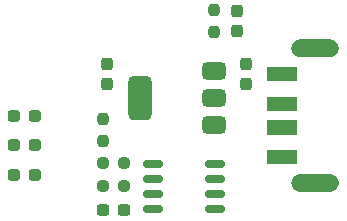
<source format=gbr>
%TF.GenerationSoftware,KiCad,Pcbnew,9.0.2*%
%TF.CreationDate,2025-05-29T11:38:48+08:00*%
%TF.ProjectId,uart_tool,75617274-5f74-46f6-9f6c-2e6b69636164,rev?*%
%TF.SameCoordinates,Original*%
%TF.FileFunction,Paste,Top*%
%TF.FilePolarity,Positive*%
%FSLAX46Y46*%
G04 Gerber Fmt 4.6, Leading zero omitted, Abs format (unit mm)*
G04 Created by KiCad (PCBNEW 9.0.2) date 2025-05-29 11:38:48*
%MOMM*%
%LPD*%
G01*
G04 APERTURE LIST*
G04 Aperture macros list*
%AMRoundRect*
0 Rectangle with rounded corners*
0 $1 Rounding radius*
0 $2 $3 $4 $5 $6 $7 $8 $9 X,Y pos of 4 corners*
0 Add a 4 corners polygon primitive as box body*
4,1,4,$2,$3,$4,$5,$6,$7,$8,$9,$2,$3,0*
0 Add four circle primitives for the rounded corners*
1,1,$1+$1,$2,$3*
1,1,$1+$1,$4,$5*
1,1,$1+$1,$6,$7*
1,1,$1+$1,$8,$9*
0 Add four rect primitives between the rounded corners*
20,1,$1+$1,$2,$3,$4,$5,0*
20,1,$1+$1,$4,$5,$6,$7,0*
20,1,$1+$1,$6,$7,$8,$9,0*
20,1,$1+$1,$8,$9,$2,$3,0*%
G04 Aperture macros list end*
%ADD10C,0.000000*%
%ADD11RoundRect,0.237500X-0.237500X0.250000X-0.237500X-0.250000X0.237500X-0.250000X0.237500X0.250000X0*%
%ADD12RoundRect,0.237500X-0.287500X-0.237500X0.287500X-0.237500X0.287500X0.237500X-0.287500X0.237500X0*%
%ADD13RoundRect,0.237500X-0.300000X-0.237500X0.300000X-0.237500X0.300000X0.237500X-0.300000X0.237500X0*%
%ADD14RoundRect,0.237500X0.237500X-0.250000X0.237500X0.250000X-0.237500X0.250000X-0.237500X-0.250000X0*%
%ADD15RoundRect,0.375000X0.625000X0.375000X-0.625000X0.375000X-0.625000X-0.375000X0.625000X-0.375000X0*%
%ADD16RoundRect,0.500000X0.500000X1.400000X-0.500000X1.400000X-0.500000X-1.400000X0.500000X-1.400000X0*%
%ADD17RoundRect,0.237500X0.237500X-0.300000X0.237500X0.300000X-0.237500X0.300000X-0.237500X-0.300000X0*%
%ADD18RoundRect,0.237500X0.250000X0.237500X-0.250000X0.237500X-0.250000X-0.237500X0.250000X-0.237500X0*%
%ADD19R,2.500000X1.200000*%
%ADD20RoundRect,0.150000X0.675000X0.150000X-0.675000X0.150000X-0.675000X-0.150000X0.675000X-0.150000X0*%
%ADD21RoundRect,0.237500X0.237500X-0.287500X0.237500X0.287500X-0.237500X0.287500X-0.237500X-0.287500X0*%
G04 APERTURE END LIST*
D10*
%TO.C,USB1*%
G36*
X192523000Y-92599500D02*
G01*
X190023000Y-92599500D01*
X190023000Y-91399500D01*
X192523000Y-91399500D01*
X192523000Y-92599500D01*
G37*
G36*
X192523000Y-95099500D02*
G01*
X190023000Y-95099500D01*
X190023000Y-93899000D01*
X192523000Y-93899000D01*
X192523000Y-95099500D01*
G37*
G36*
X192523000Y-97099000D02*
G01*
X190023000Y-97099000D01*
X190023000Y-95899500D01*
X192523000Y-95899500D01*
X192523000Y-97099000D01*
G37*
G36*
X192523000Y-99599500D02*
G01*
X190023000Y-99599500D01*
X190023000Y-98399500D01*
X192523000Y-98399500D01*
X192523000Y-99599500D01*
G37*
G36*
X195360500Y-89051000D02*
G01*
X195397500Y-89054000D01*
X195435000Y-89058500D01*
X195471500Y-89065000D01*
X195508000Y-89073500D01*
X195544000Y-89083500D01*
X195579500Y-89095500D01*
X195614500Y-89109000D01*
X195648500Y-89124500D01*
X195682000Y-89141500D01*
X195714000Y-89160000D01*
X195745500Y-89180500D01*
X195776000Y-89202000D01*
X195805000Y-89225500D01*
X195833000Y-89250500D01*
X195860000Y-89276500D01*
X195885500Y-89304000D01*
X195909500Y-89332500D01*
X195932000Y-89362500D01*
X195953000Y-89393000D01*
X195972500Y-89425000D01*
X195990500Y-89458000D01*
X196006500Y-89491500D01*
X196021000Y-89526000D01*
X196034000Y-89561500D01*
X196045000Y-89597000D01*
X196054500Y-89633000D01*
X196061500Y-89670000D01*
X196067500Y-89707000D01*
X196071000Y-89744000D01*
X196073000Y-89781500D01*
X196073000Y-89819000D01*
X196071000Y-89856000D01*
X196067500Y-89893500D01*
X196061500Y-89930500D01*
X196054500Y-89967000D01*
X196045000Y-90003000D01*
X196034000Y-90039000D01*
X196021000Y-90074000D01*
X196006500Y-90108500D01*
X195990500Y-90142500D01*
X195972500Y-90175000D01*
X195953000Y-90207000D01*
X195932000Y-90238000D01*
X195909500Y-90267500D01*
X195885500Y-90296500D01*
X195860000Y-90324000D01*
X195833000Y-90350000D01*
X195805000Y-90374500D01*
X195776000Y-90398000D01*
X195745500Y-90420000D01*
X195714000Y-90440000D01*
X195682000Y-90459000D01*
X195648500Y-90476000D01*
X195614500Y-90491000D01*
X195579500Y-90505000D01*
X195544000Y-90517000D01*
X195508000Y-90527000D01*
X195471500Y-90535500D01*
X195435000Y-90541500D01*
X195397500Y-90546500D01*
X195360500Y-90549000D01*
X195323000Y-90550000D01*
X192823000Y-90550000D01*
X192785500Y-90549000D01*
X192748500Y-90546500D01*
X192711500Y-90541500D01*
X192674500Y-90535500D01*
X192638000Y-90527000D01*
X192602000Y-90517000D01*
X192566500Y-90505000D01*
X192531500Y-90491000D01*
X192497500Y-90476000D01*
X192464500Y-90459000D01*
X192432000Y-90440000D01*
X192400500Y-90420000D01*
X192370000Y-90398000D01*
X192341000Y-90374500D01*
X192313000Y-90350000D01*
X192286000Y-90324000D01*
X192260500Y-90296500D01*
X192236500Y-90267500D01*
X192214000Y-90238000D01*
X192193000Y-90207000D01*
X192173500Y-90175000D01*
X192155500Y-90142500D01*
X192139500Y-90108500D01*
X192125000Y-90074000D01*
X192112000Y-90039000D01*
X192101000Y-90003000D01*
X192092000Y-89967000D01*
X192084500Y-89930500D01*
X192079000Y-89893500D01*
X192075000Y-89856000D01*
X192073500Y-89819000D01*
X192073500Y-89781500D01*
X192075000Y-89744000D01*
X192079000Y-89707000D01*
X192084500Y-89670000D01*
X192092000Y-89633000D01*
X192101000Y-89597000D01*
X192112000Y-89561500D01*
X192125000Y-89526000D01*
X192139500Y-89491500D01*
X192155500Y-89458000D01*
X192173500Y-89425000D01*
X192193000Y-89393000D01*
X192214000Y-89362500D01*
X192236500Y-89332500D01*
X192260500Y-89304000D01*
X192286000Y-89276500D01*
X192313000Y-89250500D01*
X192341000Y-89225500D01*
X192370000Y-89202000D01*
X192400500Y-89180500D01*
X192432000Y-89160000D01*
X192464500Y-89141500D01*
X192497500Y-89124500D01*
X192531500Y-89109000D01*
X192566500Y-89095500D01*
X192602000Y-89083500D01*
X192638000Y-89073500D01*
X192674500Y-89065000D01*
X192711500Y-89058500D01*
X192748500Y-89054000D01*
X192785500Y-89051000D01*
X192823000Y-89050000D01*
X195323000Y-89050000D01*
X195360500Y-89051000D01*
G37*
G36*
X195360500Y-100451000D02*
G01*
X195397500Y-100453500D01*
X195435000Y-100458500D01*
X195471500Y-100464500D01*
X195508000Y-100473000D01*
X195544000Y-100483000D01*
X195579500Y-100495000D01*
X195614500Y-100509000D01*
X195648500Y-100524000D01*
X195682000Y-100541000D01*
X195714000Y-100560000D01*
X195745500Y-100580000D01*
X195776000Y-100602000D01*
X195805000Y-100625500D01*
X195833000Y-100650000D01*
X195860000Y-100676000D01*
X195885500Y-100703500D01*
X195909500Y-100732500D01*
X195932000Y-100762000D01*
X195953000Y-100793000D01*
X195972500Y-100825000D01*
X195990500Y-100857500D01*
X196006500Y-100891500D01*
X196021000Y-100926000D01*
X196034000Y-100961000D01*
X196045000Y-100997000D01*
X196054500Y-101033000D01*
X196061500Y-101069500D01*
X196067500Y-101106500D01*
X196071000Y-101144000D01*
X196073000Y-101181000D01*
X196073000Y-101218500D01*
X196071000Y-101256000D01*
X196067500Y-101293000D01*
X196061500Y-101330000D01*
X196054500Y-101367000D01*
X196045000Y-101403000D01*
X196034000Y-101438500D01*
X196021000Y-101474000D01*
X196006500Y-101508500D01*
X195990500Y-101542000D01*
X195972500Y-101575000D01*
X195953000Y-101607000D01*
X195932000Y-101637500D01*
X195909500Y-101667500D01*
X195885500Y-101696000D01*
X195860000Y-101723500D01*
X195833000Y-101749500D01*
X195805000Y-101774500D01*
X195776000Y-101798000D01*
X195745500Y-101819500D01*
X195714000Y-101840000D01*
X195682000Y-101858500D01*
X195648500Y-101875500D01*
X195614500Y-101891000D01*
X195579500Y-101904500D01*
X195544000Y-101916500D01*
X195508000Y-101926500D01*
X195471500Y-101935000D01*
X195435000Y-101941500D01*
X195397500Y-101946000D01*
X195360500Y-101949000D01*
X195323000Y-101950000D01*
X192823000Y-101950000D01*
X192785500Y-101949000D01*
X192748500Y-101946000D01*
X192711500Y-101941500D01*
X192674500Y-101935000D01*
X192638000Y-101926500D01*
X192602000Y-101916500D01*
X192566500Y-101904500D01*
X192531500Y-101891000D01*
X192497500Y-101875500D01*
X192464500Y-101858500D01*
X192432000Y-101840000D01*
X192400500Y-101819500D01*
X192370000Y-101798000D01*
X192341000Y-101774500D01*
X192313000Y-101749500D01*
X192286000Y-101723500D01*
X192260500Y-101696000D01*
X192236500Y-101667500D01*
X192214000Y-101637500D01*
X192193000Y-101607000D01*
X192173500Y-101575000D01*
X192155500Y-101542000D01*
X192139500Y-101508500D01*
X192125000Y-101474000D01*
X192112000Y-101438500D01*
X192101000Y-101403000D01*
X192092000Y-101367000D01*
X192084500Y-101330000D01*
X192079000Y-101293000D01*
X192075000Y-101256000D01*
X192073500Y-101218500D01*
X192073500Y-101181000D01*
X192075000Y-101144000D01*
X192079000Y-101106500D01*
X192084500Y-101069500D01*
X192092000Y-101033000D01*
X192101000Y-100997000D01*
X192112000Y-100961000D01*
X192125000Y-100926000D01*
X192139500Y-100891500D01*
X192155500Y-100857500D01*
X192173500Y-100825000D01*
X192193000Y-100793000D01*
X192214000Y-100762000D01*
X192236500Y-100732500D01*
X192260500Y-100703500D01*
X192286000Y-100676000D01*
X192313000Y-100650000D01*
X192341000Y-100625500D01*
X192370000Y-100602000D01*
X192400500Y-100580000D01*
X192432000Y-100560000D01*
X192464500Y-100541000D01*
X192497500Y-100524000D01*
X192531500Y-100509000D01*
X192566500Y-100495000D01*
X192602000Y-100483000D01*
X192638000Y-100473000D01*
X192674500Y-100464500D01*
X192711500Y-100458500D01*
X192748500Y-100453500D01*
X192785500Y-100451000D01*
X192823000Y-100450000D01*
X195323000Y-100450000D01*
X195360500Y-100451000D01*
G37*
%TD*%
D11*
%TO.C,R4*%
X176100000Y-97612500D03*
X176100000Y-95787500D03*
%TD*%
D12*
%TO.C,D4*%
X168625000Y-95500000D03*
X170375000Y-95500000D03*
%TD*%
%TO.C,D3*%
X168625000Y-100500000D03*
X170375000Y-100500000D03*
%TD*%
D13*
%TO.C,C3*%
X176137500Y-103500000D03*
X177862500Y-103500000D03*
%TD*%
D14*
%TO.C,R1*%
X185500000Y-88412500D03*
X185500000Y-86587500D03*
%TD*%
D15*
%TO.C,U1*%
X185512500Y-96300000D03*
X185512500Y-94000000D03*
D16*
X179212500Y-94000000D03*
D15*
X185512500Y-91700000D03*
%TD*%
D17*
%TO.C,C2*%
X176500000Y-92862500D03*
X176500000Y-91137500D03*
%TD*%
D18*
%TO.C,R3*%
X177912500Y-101500000D03*
X176087500Y-101500000D03*
%TD*%
D17*
%TO.C,C1*%
X188200000Y-92862500D03*
X188200000Y-91137500D03*
%TD*%
D18*
%TO.C,R2*%
X177912500Y-99500000D03*
X176087500Y-99500000D03*
%TD*%
D12*
%TO.C,D2*%
X168625000Y-98000000D03*
X170375000Y-98000000D03*
%TD*%
D19*
%TO.C,USB1*%
X191273000Y-92000000D03*
X191273000Y-94500000D03*
X191273000Y-96500000D03*
X191273000Y-99000000D03*
%TD*%
D20*
%TO.C,U2*%
X185625000Y-103405000D03*
X185625000Y-102135000D03*
X185625000Y-100865000D03*
X185625000Y-99595000D03*
X180375000Y-99595000D03*
X180375000Y-100865000D03*
X180375000Y-102135000D03*
X180375000Y-103405000D03*
%TD*%
D21*
%TO.C,D1*%
X187500000Y-88375000D03*
X187500000Y-86625000D03*
%TD*%
M02*

</source>
